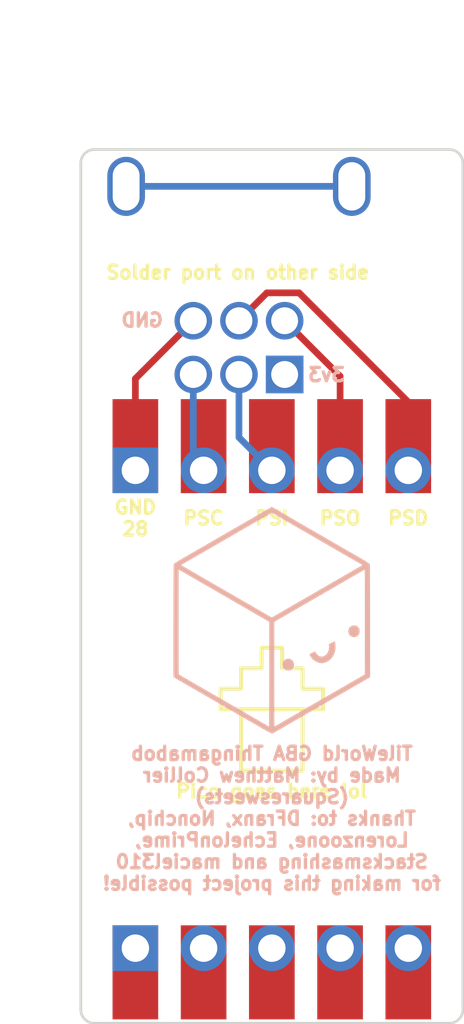
<source format=kicad_pcb>
(kicad_pcb (version 20211014) (generator pcbnew)
  (title_block (title "TileWorld GBA Adapter") (date "2022-08-19") (company "Squaresweets"))
  (layers (0 "F.Cu" signal) (31 "B.Cu" signal) (34 "B.Paste" user) (35 "F.Paste" user) (36 "B.SilkS" user "B.Silkscreen") (37 "F.SilkS" user "F.Silkscreen") (38 "B.Mask" user) (39 "F.Mask" user) (44 "Edge.Cuts" user))
  (net 0 "")
  (net 1 "PSI")
  (net 2 "PSD")
  (net 3 "PSC")
  (net 4 "PSO")
  (net 5 "GND")
  (net 6 "unconnected-(J1-PadSH)")
  (footprint "RPi_Pico:RPi_Pico_SMD_TH" (layer "F.Cu") (at 152.146 107.188 90)
    (fp_text reference "U1" hide)
    (fp_text value "Pico")
    (pad "13" thru_hole rect (at -8.89 -5.08 90) (size 1.7 1.7) (drill 1.02) (layers *.Cu *.Mask))
    (pad "13" smd rect (at -8.89 -5.08 90) (size 3.5 1.7) (drill (offset -0.9 0)) (layers "F.Cu" "F.Mask"))
    (pad "14" thru_hole oval (at -8.89 -2.54 90) (size 1.7 1.7) (drill 1.02) (layers *.Cu *.Mask))
    (pad "14" smd rect (at -8.89 -2.54 90) (size 3.5 1.7) (drill (offset -0.9 0)) (layers "F.Cu" "F.Mask"))
    (pad "15" smd rect (at -8.89 0 90) (size 3.5 1.7) (drill (offset -0.9 0)) (layers "F.Cu" "F.Mask"))
    (pad "15" thru_hole oval (at -8.89 0 90) (size 1.7 1.7) (drill 1.02) (layers *.Cu *.Mask))
    (pad "16" thru_hole oval (at -8.89 2.54 90) (size 1.7 1.7) (drill 1.02) (layers *.Cu *.Mask))
    (pad "16" smd rect (at -8.89 2.54 90) (size 3.5 1.7) (drill (offset -0.9 0)) (layers "F.Cu" "F.Mask"))
    (pad "17" thru_hole oval (at -8.89 5.08 90) (size 1.7 1.7) (drill 1.02) (layers *.Cu *.Mask))
    (pad "17" smd rect (at -8.89 5.08 90) (size 3.5 1.7) (drill (offset -0.9 0)) (layers "F.Cu" "F.Mask"))
    (pad "24" thru_hole oval (at 8.89 5.08 90) (size 1.7 1.7) (drill 1.02) (layers *.Cu *.Mask) (net 2 "PSD"))
    (pad "24" smd rect (at 8.89 5.08 90) (size 3.5 1.7) (drill (offset 0.9 0)) (layers "F.Cu" "F.Mask") (net 2 "PSD"))
    (pad "25" thru_hole oval (at 8.89 2.54 90) (size 1.7 1.7) (drill 1.02) (layers *.Cu *.Mask) (net 4 "PSO"))
    (pad "25" smd rect (at 8.89 2.54 90) (size 3.5 1.7) (drill (offset 0.9 0)) (layers "F.Cu" "F.Mask") (net 4 "PSO"))
    (pad "26" smd rect (at 8.89 0 90) (size 3.5 1.7) (drill (offset 0.9 0)) (layers "F.Cu" "F.Mask") (net 1 "PSI"))
    (pad "26" thru_hole oval (at 8.89 0 90) (size 1.7 1.7) (drill 1.02) (layers *.Cu *.Mask) (net 1 "PSI"))
    (pad "27" thru_hole oval (at 8.89 -2.54 90) (size 1.7 1.7) (drill 1.02) (layers *.Cu *.Mask) (net 3 "PSC"))
    (pad "27" smd rect (at 8.89 -2.54 90) (size 3.5 1.7) (drill (offset 0.9 0)) (layers "F.Cu" "F.Mask") (net 3 "PSC"))
    (pad "28" thru_hole rect (at 8.89 -5.08 90) (size 1.7 1.7) (drill 1.02) (layers *.Cu *.Mask) (net 5 "GND"))
    (pad "28" smd rect (at 8.89 -5.08 90) (size 3.5 1.7) (drill (offset 0.9 0)) (layers "F.Cu" "F.Mask") (net 5 "GND"))
  )
  (footprint "Gekkio_Connector:SSG Logo" (layer "B.Cu") (at 152.146 103.886 180)
    (fp_text reference "G1" hide)
    (fp_text value "LOGO" hide)
  )
  (footprint "Gekkio_Connector:GameBoy_LinkPort_MGB_Horizontal" (layer "B.Cu") (at 152.742 95.3515 90)
    (fp_text reference "J1" hide)
    (fp_text value "GameBoy_LinkPort")
    (pad "1" thru_hole rect (at 0.62 -0.12 90) (size 1.4 1.4) (drill 1) (layers *.Cu *.Mask))
    (pad "2" thru_hole circle (at 2.62 -0.12 90) (size 1.4 1.4) (drill 1) (layers *.Cu *.Mask) (net 4 "PSO"))
    (pad "3" thru_hole circle (at 0.62 -1.82 90) (size 1.4 1.4) (drill 1) (layers *.Cu *.Mask) (net 1 "PSI"))
    (pad "4" thru_hole circle (at 2.62 -1.82 90) (size 1.4 1.4) (drill 1) (layers *.Cu *.Mask) (net 2 "PSD"))
    (pad "5" thru_hole circle (at 0.62 -3.52 90) (size 1.4 1.4) (drill 1) (layers *.Cu *.Mask) (net 3 "PSC"))
    (pad "6" thru_hole circle (at 2.62 -3.52 90) (size 1.4 1.4) (drill 1) (layers *.Cu *.Mask) (net 5 "GND"))
    (pad "SH" thru_hole oval (at 7.62 2.38) (size 1.4 2.2) (drill oval 1 1.8) (layers *.Cu *.Mask) (net 6 "unconnected-(J1-PadSH)"))
    (pad "SH" thru_hole oval (at 7.62 -6.02) (size 1.4 2.2) (drill oval 1 1.8) (layers *.Cu *.Mask) (net 6 "unconnected-(J1-PadSH)"))
  )
  (gr_line (start 150.241 106.426) (end 151.003 106.426) (layer "F.SilkS") (width 0.15))
  (gr_line (start 153.289 107.188) (end 153.289 107.95) (layer "F.SilkS") (width 0.15))
  (gr_line (start 153.289 107.95) (end 153.289 108.712) (layer "F.SilkS") (width 0.15))
  (gr_line (start 151.765 105.664) (end 151.765 104.902) (layer "F.SilkS") (width 0.15))
  (gr_line (start 153.289 109.474) (end 151.003 109.474) (layer "F.SilkS") (width 0.15))
  (gr_line (start 152.527 105.664) (end 153.289 105.664) (layer "F.SilkS") (width 0.15))
  (gr_line (start 153.289 105.664) (end 153.289 106.426) (layer "F.SilkS") (width 0.15))
  (gr_line (start 153.289 108.712) (end 153.289 109.474) (layer "F.SilkS") (width 0.15))
  (gr_line (start 154.051 106.426) (end 154.051 107.188) (layer "F.SilkS") (width 0.15))
  (gr_line (start 151.003 109.474) (end 151.003 107.188) (layer "F.SilkS") (width 0.15))
  (gr_line (start 152.527 104.902) (end 152.527 105.664) (layer "F.SilkS") (width 0.15))
  (gr_line (start 151.003 107.188) (end 150.241 107.188) (layer "F.SilkS") (width 0.15))
  (gr_line (start 153.289 106.426) (end 154.051 106.426) (layer "F.SilkS") (width 0.15))
  (gr_line (start 151.003 106.426) (end 151.003 105.664) (layer "F.SilkS") (width 0.15))
  (gr_line (start 151.003 107.188) (end 153.289 107.188) (layer "F.SilkS") (width 0.15))
  (gr_line (start 151.003 105.664) (end 151.765 105.664) (layer "F.SilkS") (width 0.15))
  (gr_line (start 151.765 104.902) (end 152.527 104.902) (layer "F.SilkS") (width 0.15))
  (gr_line (start 154.051 107.188) (end 153.289 107.188) (layer "F.SilkS") (width 0.15))
  (gr_line (start 150.241 107.188) (end 150.241 106.426) (layer "F.SilkS") (width 0.15))
  (gr_arc (start 158.75 86.36) (mid 159.10921 86.50879) (end 159.258 86.868) (layer "Edge.Cuts") (width 0.1))
  (gr_line (start 159.258 118.364) (end 159.258 86.868) (layer "Edge.Cuts") (width 0.1))
  (gr_arc (start 145.542 118.872) (mid 145.18279 118.72321) (end 145.034 118.364) (layer "Edge.Cuts") (width 0.1))
  (gr_arc (start 145.034 86.868) (mid 145.18279 86.50879) (end 145.542 86.36) (layer "Edge.Cuts") (width 0.1))
  (gr_line (start 158.75 86.36) (end 145.542 86.36) (layer "Edge.Cuts") (width 0.1))
  (gr_line (start 145.034 86.868) (end 145.034 118.364) (layer "Edge.Cuts") (width 0.1))
  (gr_line (start 145.542 118.872) (end 158.75 118.872) (layer "Edge.Cuts") (width 0.1))
  (gr_arc (start 159.258 118.364) (mid 159.10921 118.72321) (end 158.75 118.872) (layer "Edge.Cuts") (width 0.1))
  (gr_text "GND" (at 147.32 92.71) (layer "B.SilkS") (effects (font (size 0.5 0.5) (thickness 0.125)) (justify mirror)))
  (gr_text "3v3" (at 154.178 94.742) (layer "B.SilkS") (effects (font (size 0.5 0.5) (thickness 0.125)) (justify mirror)))
  (gr_text "TileWorld GBA Thingamabob\nMade by: Matthew Collier\n(Squaresweets)\nThanks to: DFranx, Nonchip,\nLorenzoone, EchelonPrime,\nStacksmashing and maciel310\nfor making this project possible!" (at 152.146 111.252) (layer "B.SilkS") (effects (font (size 0.5 0.5) (thickness 0.125)) (justify mirror)))
  (gr_text "PSO" (at 154.686 100.076) (layer "F.SilkS") (effects (font (size 0.5 0.5) (thickness 0.125))))
  (gr_text "PSI" (at 152.146 100.076) (layer "F.SilkS") (effects (font (size 0.5 0.5) (thickness 0.125))))
  (gr_text "PSD" (at 157.226 100.076) (layer "F.SilkS") (effects (font (size 0.5 0.5) (thickness 0.125))))
  (gr_text "GND\n28" (at 147.066 100.076) (layer "F.SilkS") (effects (font (size 0.5 0.5) (thickness 0.125))))
  (gr_text "Pico goes here lol" (at 152.146 110.236) (layer "F.SilkS") (effects (font (size 0.5 0.5) (thickness 0.125))))
  (gr_text "Solder port on other side" (at 150.876 90.932) (layer "F.SilkS") (effects (font (size 0.5 0.5) (thickness 0.125))))
  (gr_text "PSC" (at 149.606 100.076) (layer "F.SilkS") (effects (font (size 0.5 0.5) (thickness 0.125))))
  (segment (start 150.922 97.074) (end 150.922 94.7315) (width 0.25) (layer "B.Cu") (net 1))
  (segment (start 152.146 98.298) (end 150.922 97.074) (width 0.25) (layer "B.Cu") (net 1))
  (segment (start 153.162 91.694) (end 151.9595 91.694) (width 0.25) (layer "F.Cu") (net 2))
  (segment (start 151.9595 91.694) (end 150.922 92.7315) (width 0.25) (layer "F.Cu") (net 2))
  (segment (start 157.226 98.298) (end 157.226 95.758) (width 0.25) (layer "F.Cu") (net 2))
  (segment (start 157.226 95.758) (end 153.162 91.694) (width 0.25) (layer "F.Cu") (net 2))
  (segment (start 149.222 97.914) (end 149.222 94.7315) (width 0.25) (layer "B.Cu") (net 3))
  (segment (start 149.606 98.298) (end 149.222 97.914) (width 0.25) (layer "B.Cu") (net 3))
  (segment (start 154.686 98.298) (end 154.686 94.7955) (width 0.25) (layer "F.Cu") (net 4))
  (segment (start 154.686 94.7955) (end 152.622 92.7315) (width 0.25) (layer "F.Cu") (net 4))
  (segment (start 147.066 94.8875) (end 149.222 92.7315) (width 0.25) (layer "F.Cu") (net 5))
  (segment (start 147.066 98.298) (end 147.066 94.8875) (width 0.25) (layer "F.Cu") (net 5))
  (segment (start 146.722 87.7315) (end 155.122 87.7315) (width 0.25) (layer "B.Cu") (net 6))
)
</source>
